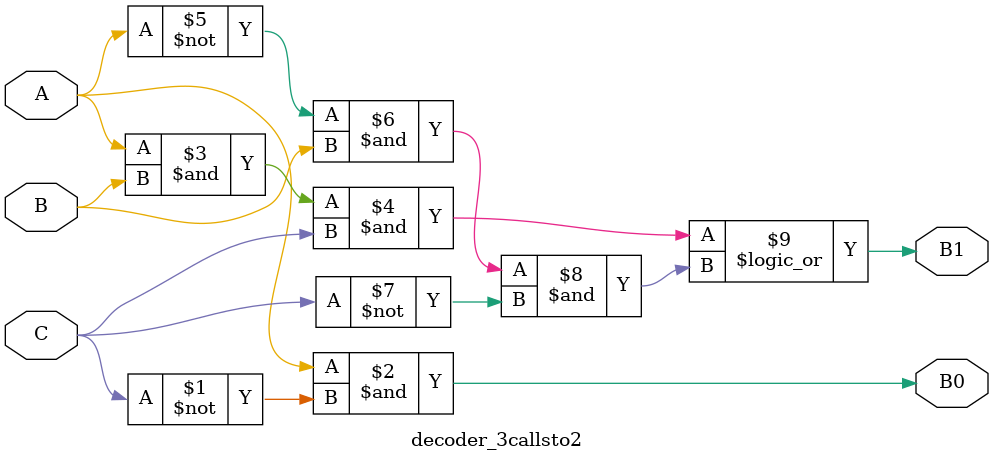
<source format=v>
module decoder_3callsto2 (
		input A, B, C,
		output B0, B1
);

	assign B0 = (A & ~C);
	assign B1 = (A & B & C) || (~A & B & ~C);

endmodule
</source>
